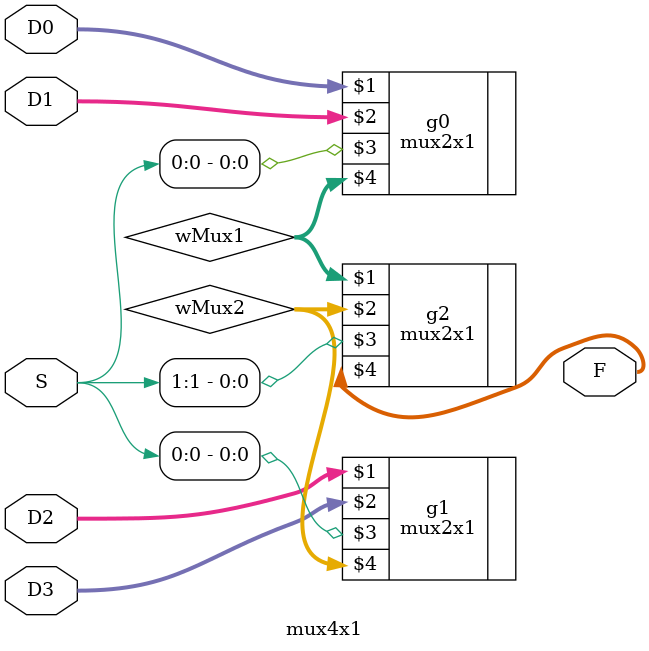
<source format=v>
module mux4x1(D0,D1,D2,D3,S,F);
input [31:0] D0, D1, D2, D3;
input [1:0]S;
output [31:0]F;

	wire [31:0] wMux1;
	wire [31:0] wMux2;
	mux2x1 g0(D0,D1,S[0],wMux1);
	mux2x1 g1(D2,D3,S[0],wMux2);
	mux2x1 g2(wMux1,wMux2,S[1],F);


endmodule 
</source>
